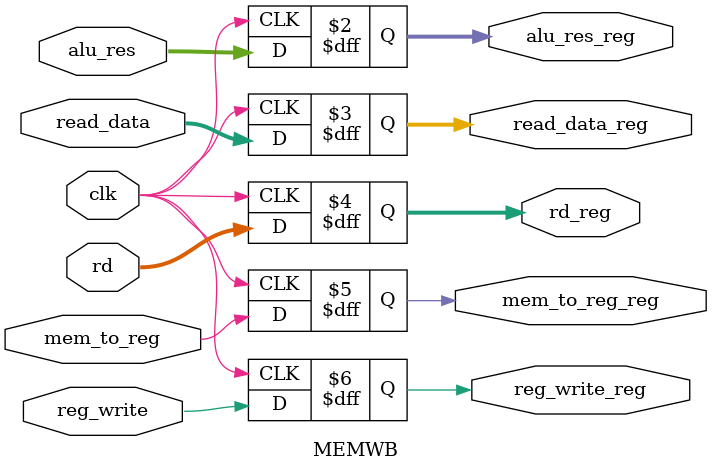
<source format=v>

module MEMWB(clk, alu_res, read_data,
	rd, mem_to_reg, reg_write,

	alu_res_reg, read_data_reg, rd_reg,
	mem_to_reg_reg, reg_write_reg);

input [31:0] alu_res, read_data;
input [4:0] rd;
input clk, mem_to_reg, reg_write;

output reg [31:0] alu_res_reg, read_data_reg;
output reg [4:0] rd_reg;
output reg mem_to_reg_reg, reg_write_reg;

always @ (posedge clk)
begin
	// what about stalling?
	alu_res_reg <= alu_res;
	read_data_reg <= read_data;
	rd_reg <= rd;
	mem_to_reg_reg <= mem_to_reg;
	reg_write_reg <= reg_write;
end

endmodule
</source>
